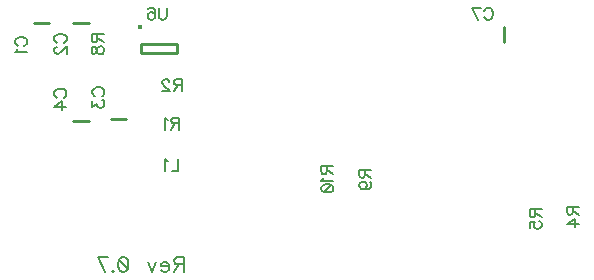
<source format=gbo>
G04 DipTrace 3.0.0.2*
G04 ethernethat.GBO*
%MOMM*%
G04 #@! TF.FileFunction,Legend,Bot*
G04 #@! TF.Part,Single*
%ADD10C,0.254*%
%ADD29O,0.39118X0.39103*%
%ADD67C,0.15686*%
%ADD68C,0.19608*%
%FSLAX35Y35*%
G04*
G71*
G90*
G75*
G01*
G04 BotSilk*
%LPD*%
X25950Y2226053D2*
D10*
X-103950D1*
X359283Y2230387D2*
X229383D1*
X550383Y1417613D2*
X680283D1*
X229050Y1402947D2*
X358950D1*
X3876053Y2068717D2*
Y2198617D1*
D29*
X793972Y2191562D3*
X807339Y2054235D2*
D10*
X1107333D1*
X807339Y1974249D2*
X1107333D1*
Y2054235D2*
Y1974249D1*
X807339Y2054235D2*
Y1974249D1*
X-238531Y2037455D2*
D67*
X-248189Y2042284D1*
X-257960Y2052055D1*
X-262789Y2061713D1*
Y2081142D1*
X-257960Y2090913D1*
X-248189Y2100572D1*
X-238531Y2105513D1*
X-223931Y2110342D1*
X-199560D1*
X-185072Y2105513D1*
X-175301Y2100571D1*
X-165643Y2090913D1*
X-160701Y2081142D1*
Y2061713D1*
X-165643Y2052055D1*
X-175301Y2042284D1*
X-185072Y2037455D1*
X-243248Y2006082D2*
X-248189Y1996311D1*
X-262677Y1981711D1*
X-160702D1*
X94803Y2063632D2*
X85144Y2068461D1*
X75373Y2078232D1*
X70544Y2087890D1*
Y2107320D1*
X75373Y2117090D1*
X85144Y2126749D1*
X94803Y2131690D1*
X109403Y2136519D1*
X133773D1*
X148261Y2131690D1*
X158032Y2126749D1*
X167690Y2117090D1*
X172632Y2107319D1*
Y2087890D1*
X167690Y2078232D1*
X158032Y2068461D1*
X148261Y2063632D1*
X94915Y2027318D2*
X90086D1*
X80315Y2022489D1*
X75486Y2017659D1*
X70656Y2007889D1*
Y1988459D1*
X75486Y1978801D1*
X80315Y1973972D1*
X90086Y1969030D1*
X99744D1*
X109515Y1973972D1*
X124003Y1983630D1*
X172632Y2032259D1*
Y1964201D1*
X415803Y1610912D2*
X406144Y1615741D1*
X396373Y1625512D1*
X391544Y1635170D1*
Y1654600D1*
X396373Y1664370D1*
X406144Y1674029D1*
X415803Y1678970D1*
X430403Y1683799D1*
X454773D1*
X469261Y1678970D1*
X479032Y1674029D1*
X488690Y1664370D1*
X493632Y1654599D1*
Y1635170D1*
X488690Y1625512D1*
X479032Y1615741D1*
X469261Y1610912D1*
X391656Y1569769D2*
Y1516423D1*
X430515Y1545510D1*
Y1530910D1*
X435344Y1521252D1*
X440173Y1516423D1*
X454773Y1511481D1*
X464432D1*
X479032Y1516423D1*
X488803Y1526081D1*
X493632Y1540681D1*
Y1555281D1*
X488803Y1569768D1*
X483861Y1574598D1*
X474203Y1579539D1*
X94469Y1598660D2*
X84811Y1603489D1*
X75040Y1613260D1*
X70211Y1622918D1*
Y1642347D1*
X75040Y1652118D1*
X84811Y1661777D1*
X94469Y1666718D1*
X109069Y1671547D1*
X133440D1*
X147928Y1666718D1*
X157698Y1661777D1*
X167357Y1652118D1*
X172298Y1642347D1*
Y1622918D1*
X167357Y1613260D1*
X157699Y1603489D1*
X147928Y1598660D1*
X172299Y1518658D2*
X70323D1*
X138269Y1567287D1*
Y1494400D1*
X3709298Y2333197D2*
X3714128Y2342856D1*
X3723898Y2352627D1*
X3733557Y2357456D1*
X3752986D1*
X3762757Y2352627D1*
X3772415Y2342856D1*
X3777357Y2333197D1*
X3782186Y2318597D1*
Y2294227D1*
X3777357Y2279739D1*
X3772415Y2269968D1*
X3762757Y2260310D1*
X3752986Y2255368D1*
X3733557D1*
X3723898Y2260310D1*
X3714128Y2269968D1*
X3709298Y2279739D1*
X3658497Y2255368D2*
X3609867Y2357344D1*
X3677926D1*
X1120016Y1076623D2*
Y974535D1*
X1061728D1*
X1030355Y1057081D2*
X1020584Y1062023D1*
X1005984Y1076510D1*
Y974535D1*
X1128234Y1380160D2*
X1084547D1*
X1069947Y1385102D1*
X1065005Y1389931D1*
X1060176Y1399589D1*
Y1409360D1*
X1065005Y1419019D1*
X1069947Y1423960D1*
X1084547Y1428789D1*
X1128234D1*
Y1326702D1*
X1094205Y1380160D2*
X1060176Y1326702D1*
X1028803Y1409248D2*
X1019032Y1414189D1*
X1004432Y1428677D1*
Y1326702D1*
X1147411Y1705160D2*
X1103724D1*
X1089124Y1710102D1*
X1084182Y1714931D1*
X1079353Y1724589D1*
Y1734360D1*
X1084182Y1744019D1*
X1089124Y1748960D1*
X1103724Y1753789D1*
X1147411D1*
Y1651702D1*
X1113382Y1705160D2*
X1079353Y1651702D1*
X1043039Y1729419D2*
Y1734248D1*
X1038210Y1744019D1*
X1033380Y1748848D1*
X1023610Y1753677D1*
X1004180D1*
X994522Y1748848D1*
X989693Y1744019D1*
X984751Y1734248D1*
Y1724589D1*
X989693Y1714819D1*
X999351Y1700331D1*
X1047980Y1651702D1*
X979922D1*
X4458507Y671826D2*
Y628138D1*
X4453565Y613538D1*
X4448736Y608597D1*
X4439078Y603768D1*
X4429307D1*
X4419648Y608597D1*
X4414707Y613539D1*
X4409878Y628139D1*
Y671826D1*
X4511965D1*
X4458507Y637797D2*
X4511965Y603768D1*
Y523766D2*
X4409990D1*
X4477936Y572395D1*
Y499508D1*
X4142173Y652411D2*
Y608724D1*
X4137232Y594124D1*
X4132403Y589182D1*
X4122744Y584353D1*
X4112973D1*
X4103315Y589182D1*
X4098373Y594124D1*
X4093544Y608724D1*
Y652412D1*
X4195632Y652411D1*
X4142173Y618382D2*
X4195632Y584353D1*
X4093656Y494693D2*
Y543210D1*
X4137344Y548039D1*
X4132515Y543210D1*
X4127573Y528610D1*
Y514122D1*
X4132515Y499522D1*
X4142173Y489751D1*
X4156773Y484922D1*
X4166432D1*
X4181032Y489751D1*
X4190803Y499522D1*
X4195632Y514122D1*
Y528610D1*
X4190803Y543210D1*
X4185861Y548039D1*
X4176203Y552981D1*
X433840Y2132689D2*
Y2089001D1*
X428899Y2074401D1*
X424069Y2069460D1*
X414411Y2064630D1*
X404640D1*
X394982Y2069460D1*
X390040Y2074401D1*
X385211Y2089001D1*
Y2132689D1*
X487298D1*
X433840Y2098659D2*
X487299Y2064630D1*
X385323Y2008999D2*
X390152Y2023487D1*
X399811Y2028429D1*
X409582D1*
X419240Y2023487D1*
X424182Y2013829D1*
X429011Y1994399D1*
X433840Y1979799D1*
X443611Y1970141D1*
X453269Y1965312D1*
X467869D1*
X477528Y1970141D1*
X482469Y1974970D1*
X487299Y1989570D1*
Y2008999D1*
X482469Y2023487D1*
X477528Y2028428D1*
X467869Y2033258D1*
X453269D1*
X443611Y2028429D1*
X433840Y2018658D1*
X429011Y2004170D1*
X424182Y1984741D1*
X419240Y1974970D1*
X409581Y1970141D1*
X399811D1*
X390152Y1974970D1*
X385323Y1989570D1*
Y2008999D1*
X2699507Y985330D2*
Y941643D1*
X2694565Y927043D1*
X2689736Y922101D1*
X2680078Y917272D1*
X2670307D1*
X2660648Y922101D1*
X2655707Y927043D1*
X2650878Y941643D1*
Y985330D1*
X2752965D1*
X2699507Y951301D2*
X2752965Y917272D1*
X2684907Y822670D2*
X2699507Y827612D1*
X2709277Y837270D1*
X2714107Y851870D1*
Y856699D1*
X2709278Y871299D1*
X2699507Y880958D1*
X2684907Y885899D1*
X2680078D1*
X2665478Y880958D1*
X2655819Y871299D1*
X2650990Y856699D1*
Y851870D1*
X2655819Y837270D1*
X2665477Y827612D1*
X2684907Y822670D1*
X2709277D1*
X2733536Y827612D1*
X2748136Y837270D1*
X2752965Y851870D1*
Y861529D1*
X2748136Y876128D1*
X2738365Y880958D1*
X2378173Y1017950D2*
Y974262D1*
X2373232Y959662D1*
X2368403Y954721D1*
X2358744Y949891D1*
X2348973D1*
X2339315Y954721D1*
X2334373Y959662D1*
X2329544Y974262D1*
Y1017950D1*
X2431632D1*
X2378173Y983921D2*
X2431632Y949891D1*
X2349086Y918519D2*
X2344144Y908748D1*
X2329657Y894148D1*
X2431632D1*
X2329656Y833576D2*
X2334486Y848176D1*
X2349086Y857946D1*
X2373344Y862776D1*
X2387944D1*
X2412203Y857946D1*
X2426803Y848176D1*
X2431632Y833576D1*
Y823917D1*
X2426803Y809317D1*
X2412203Y799659D1*
X2387944Y794717D1*
X2373344D1*
X2349086Y799659D1*
X2334486Y809317D1*
X2329656Y823917D1*
Y833576D1*
X2349086Y799659D2*
X2412203Y857946D1*
X1022147Y2359903D2*
Y2287015D1*
X1017318Y2272415D1*
X1007547Y2262756D1*
X992947Y2257815D1*
X983289D1*
X968689Y2262756D1*
X958918Y2272415D1*
X954089Y2287015D1*
Y2359903D1*
X864429Y2345303D2*
X869258Y2354961D1*
X883858Y2359790D1*
X893516D1*
X908116Y2354961D1*
X917887Y2340361D1*
X922716Y2316103D1*
Y2291844D1*
X917887Y2272415D1*
X908116Y2262644D1*
X893516Y2257815D1*
X888687D1*
X874199Y2262644D1*
X864429Y2272415D1*
X859599Y2287015D1*
Y2291844D1*
X864429Y2306444D1*
X874199Y2316103D1*
X888687Y2320932D1*
X893516D1*
X908116Y2316103D1*
X917887Y2306444D1*
X922716Y2291844D1*
X1167874Y186805D2*
D68*
X1113264D1*
X1095014Y192982D1*
X1088838Y199019D1*
X1082801Y211092D1*
Y223305D1*
X1088838Y235378D1*
X1095014Y241555D1*
X1113264Y247592D1*
X1167874D1*
Y119982D1*
X1125338Y186805D2*
X1082801Y119982D1*
X1043585Y168555D2*
X970726D1*
Y180769D1*
X976762Y192982D1*
X982799Y199019D1*
X995012Y205055D1*
X1013262D1*
X1025335Y199019D1*
X1037549Y186805D1*
X1043585Y168555D1*
Y156482D1*
X1037549Y138232D1*
X1025335Y126159D1*
X1013262Y119982D1*
X995012D1*
X982799Y126159D1*
X970726Y138232D1*
X931510Y205055D2*
X895010Y119982D1*
X858650Y205055D1*
X659488Y247451D2*
X677738Y241415D1*
X689952Y223165D1*
X695988Y192842D1*
Y174592D1*
X689952Y144269D1*
X677738Y126019D1*
X659488Y119982D1*
X647415D1*
X629165Y126019D1*
X617092Y144269D1*
X610915Y174592D1*
Y192842D1*
X617092Y223165D1*
X629165Y241415D1*
X647415Y247451D1*
X659488D1*
X617092Y223165D2*
X689952Y144269D1*
X565663Y132195D2*
X571699Y126019D1*
X565663Y119982D1*
X559486Y126019D1*
X565663Y132195D1*
X495984Y119982D2*
X435197Y247451D1*
X520270D1*
M02*

</source>
